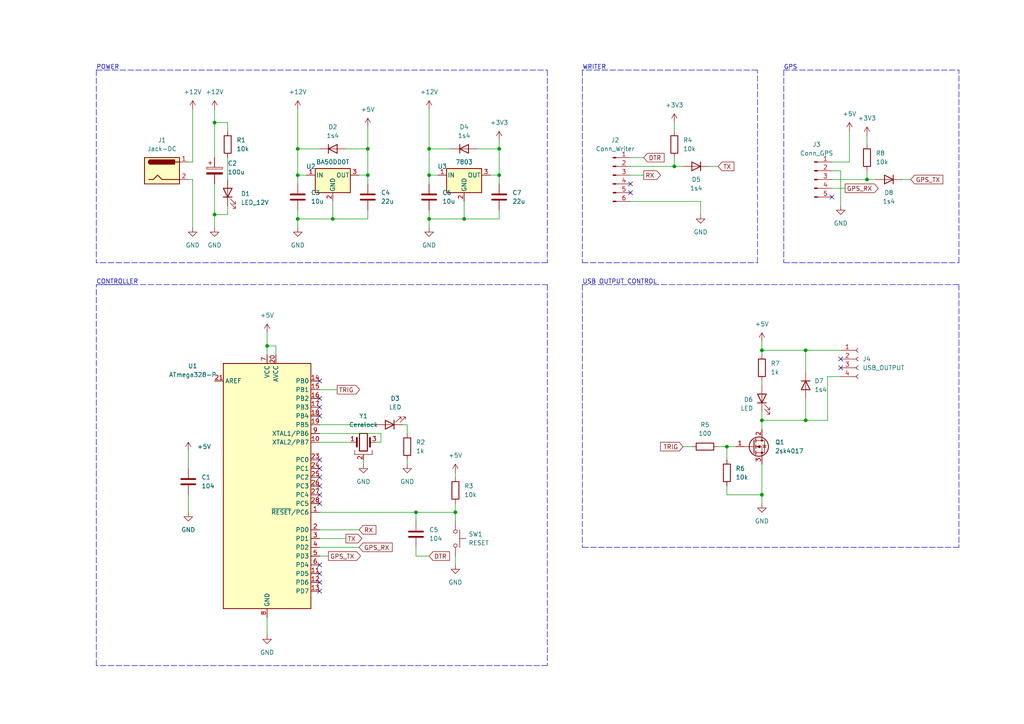
<source format=kicad_sch>
(kicad_sch (version 20211123) (generator eeschema)
  (paper "A4")
  (lib_symbols
    (symbol "Connector:Conn_01x04_Female" (pin_names (offset 1.016) hide)
      (property "Reference" "J" (at 0 5.08 0))
      (property "Value" "Conn_01x04_Female" (at 0 -7.62 0))
      (symbol "Conn_01x04_Female_1_1"
        (arc (start 0 -4.572) (mid -0.508 -5.08) (end 0 -5.588) (stroke (width 0.1524)))
        (arc (start 0 -2.032) (mid -0.508 -2.54) (end 0 -3.048) (stroke (width 0.1524)))
        (polyline (pts (xy -1.27 -5.08) (xy -0.508 -5.08)) (stroke (width 0.1524)))
        (polyline (pts (xy -1.27 -2.54) (xy -0.508 -2.54)) (stroke (width 0.1524)))
        (polyline (pts (xy -1.27 0) (xy -0.508 0)) (stroke (width 0.1524)))
        (polyline (pts (xy -1.27 2.54) (xy -0.508 2.54)) (stroke (width 0.1524)))
        (arc (start 0 0.508) (mid -0.508 0) (end 0 -0.508) (stroke (width 0.1524)))
        (arc (start 0 3.048) (mid -0.508 2.54) (end 0 2.032) (stroke (width 0.1524)))
        (pin passive line (at -5.08 2.54 0) (length 3.81) (name "Pin_1") (number "1"))
        (pin passive line (at -5.08 0 0) (length 3.81) (name "Pin_2") (number "2"))
        (pin passive line (at -5.08 -2.54 0) (length 3.81) (name "Pin_3") (number "3"))
        (pin passive line (at -5.08 -5.08 0) (length 3.81) (name "Pin_4") (number "4"))
      )
    )
    (symbol "Connector:Conn_01x05_Male" (pin_names (offset 1.016) hide)
      (property "Reference" "J" (at 0 7.62 0))
      (property "Value" "Conn_01x05_Male" (at 0 -7.62 0))
      (symbol "Conn_01x05_Male_1_1"
        (polyline (pts (xy 1.27 -5.08) (xy 0.8636 -5.08)) (stroke (width 0.1524)))
        (polyline (pts (xy 1.27 -2.54) (xy 0.8636 -2.54)) (stroke (width 0.1524)))
        (polyline (pts (xy 1.27 0) (xy 0.8636 0)) (stroke (width 0.1524)))
        (polyline (pts (xy 1.27 2.54) (xy 0.8636 2.54)) (stroke (width 0.1524)))
        (polyline (pts (xy 1.27 5.08) (xy 0.8636 5.08)) (stroke (width 0.1524)))
        (rectangle (start 0.8636 -4.953) (end 0 -5.207) (stroke (width 0.1524)) (fill (type outline)))
        (rectangle (start 0.8636 -2.413) (end 0 -2.667) (stroke (width 0.1524)) (fill (type outline)))
        (rectangle (start 0.8636 0.127) (end 0 -0.127) (stroke (width 0.1524)) (fill (type outline)))
        (rectangle (start 0.8636 2.667) (end 0 2.413) (stroke (width 0.1524)) (fill (type outline)))
        (rectangle (start 0.8636 5.207) (end 0 4.953) (stroke (width 0.1524)) (fill (type outline)))
        (pin passive line (at 5.08 5.08 180) (length 3.81) (name "Pin_1") (number "1"))
        (pin passive line (at 5.08 2.54 180) (length 3.81) (name "Pin_2") (number "2"))
        (pin passive line (at 5.08 0 180) (length 3.81) (name "Pin_3") (number "3"))
        (pin passive line (at 5.08 -2.54 180) (length 3.81) (name "Pin_4") (number "4"))
        (pin passive line (at 5.08 -5.08 180) (length 3.81) (name "Pin_5") (number "5"))
      )
    )
    (symbol "Connector:Conn_01x06_Male" (pin_names (offset 1.016) hide)
      (property "Reference" "J" (at 0 7.62 0))
      (property "Value" "Conn_01x06_Male" (at 0 -10.16 0))
      (symbol "Conn_01x06_Male_1_1"
        (polyline (pts (xy 1.27 -7.62) (xy 0.8636 -7.62)) (stroke (width 0.1524)))
        (polyline (pts (xy 1.27 -5.08) (xy 0.8636 -5.08)) (stroke (width 0.1524)))
        (polyline (pts (xy 1.27 -2.54) (xy 0.8636 -2.54)) (stroke (width 0.1524)))
        (polyline (pts (xy 1.27 0) (xy 0.8636 0)) (stroke (width 0.1524)))
        (polyline (pts (xy 1.27 2.54) (xy 0.8636 2.54)) (stroke (width 0.1524)))
        (polyline (pts (xy 1.27 5.08) (xy 0.8636 5.08)) (stroke (width 0.1524)))
        (rectangle (start 0.8636 -7.493) (end 0 -7.747) (stroke (width 0.1524)) (fill (type outline)))
        (rectangle (start 0.8636 -4.953) (end 0 -5.207) (stroke (width 0.1524)) (fill (type outline)))
        (rectangle (start 0.8636 -2.413) (end 0 -2.667) (stroke (width 0.1524)) (fill (type outline)))
        (rectangle (start 0.8636 0.127) (end 0 -0.127) (stroke (width 0.1524)) (fill (type outline)))
        (rectangle (start 0.8636 2.667) (end 0 2.413) (stroke (width 0.1524)) (fill (type outline)))
        (rectangle (start 0.8636 5.207) (end 0 4.953) (stroke (width 0.1524)) (fill (type outline)))
        (pin passive line (at 5.08 5.08 180) (length 3.81) (name "Pin_1") (number "1"))
        (pin passive line (at 5.08 2.54 180) (length 3.81) (name "Pin_2") (number "2"))
        (pin passive line (at 5.08 0 180) (length 3.81) (name "Pin_3") (number "3"))
        (pin passive line (at 5.08 -2.54 180) (length 3.81) (name "Pin_4") (number "4"))
        (pin passive line (at 5.08 -5.08 180) (length 3.81) (name "Pin_5") (number "5"))
        (pin passive line (at 5.08 -7.62 180) (length 3.81) (name "Pin_6") (number "6"))
      )
    )
    (symbol "Connector:Jack-DC" (pin_names (offset 1.016))
      (property "Reference" "J" (at 0 5.334 0))
      (property "Value" "Jack-DC" (at 0 -5.08 0))
      (symbol "Jack-DC_0_1"
        (rectangle (start -5.08 3.81) (end 5.08 -3.81) (stroke (width 0.254)) (fill (type background)))
        (arc (start -3.302 3.175) (mid -3.937 2.54) (end -3.302 1.905) (stroke (width 0.254)))
        (arc (start -3.302 3.175) (mid -3.937 2.54) (end -3.302 1.905) (stroke (width 0.254)) (fill (type outline)))
        (polyline (pts (xy 5.08 2.54) (xy 3.81 2.54)) (stroke (width 0.254)))
        (polyline (pts (xy -3.81 -2.54) (xy -2.54 -2.54) (xy -1.27 -1.27) (xy 0 -2.54) (xy 2.54 -2.54) (xy 5.08 -2.54)) (stroke (width 0.254)))
        (rectangle (start 3.683 3.175) (end -3.302 1.905) (stroke (width 0.254)) (fill (type outline)))
      )
      (symbol "Jack-DC_1_1"
        (pin passive line (at 7.62 2.54 180) (length 2.54) (name "~") (number "1"))
        (pin passive line (at 7.62 -2.54 180) (length 2.54) (name "~") (number "2"))
      )
    )
    (symbol "Device:C" (pin_numbers hide) (pin_names (offset 0.254))
      (property "Reference" "C" (at 0.635 2.54 0))
      (property "Value" "C" (at 0.635 -2.54 0))
      (symbol "C_0_1"
        (polyline (pts (xy -2.032 -0.762) (xy 2.032 -0.762)) (stroke (width 0.508)))
        (polyline (pts (xy -2.032 0.762) (xy 2.032 0.762)) (stroke (width 0.508)))
      )
      (symbol "C_1_1"
        (pin passive line (at 0 3.81 270) (length 2.794) (name "~") (number "1"))
        (pin passive line (at 0 -3.81 90) (length 2.794) (name "~") (number "2"))
      )
    )
    (symbol "Device:C_Polarized" (pin_numbers hide) (pin_names (offset 0.254))
      (property "Reference" "C" (at 0.635 2.54 0))
      (property "Value" "C_Polarized" (at 0.635 -2.54 0))
      (symbol "C_Polarized_0_1"
        (rectangle (start -2.286 0.508) (end 2.286 1.016))
        (polyline (pts (xy -1.778 2.286) (xy -0.762 2.286)))
        (polyline (pts (xy -1.27 2.794) (xy -1.27 1.778)))
        (rectangle (start 2.286 -0.508) (end -2.286 -1.016) (fill (type outline)))
      )
      (symbol "C_Polarized_1_1"
        (pin passive line (at 0 3.81 270) (length 2.794) (name "~") (number "1"))
        (pin passive line (at 0 -3.81 90) (length 2.794) (name "~") (number "2"))
      )
    )
    (symbol "Device:Crystal_GND2" (pin_names (offset 1.016) hide)
      (property "Reference" "Y" (at 0 5.715 0))
      (property "Value" "Crystal_GND2" (at 0 3.81 0))
      (symbol "Crystal_GND2_0_1"
        (rectangle (start -1.143 2.54) (end 1.143 -2.54) (stroke (width 0.3048)))
        (polyline (pts (xy -2.54 0) (xy -1.905 0)))
        (polyline (pts (xy -1.905 -1.27) (xy -1.905 1.27)) (stroke (width 0.508)))
        (polyline (pts (xy 0 -3.81) (xy 0 -3.556)))
        (polyline (pts (xy 1.905 0) (xy 2.54 0)))
        (polyline (pts (xy 1.905 1.27) (xy 1.905 -1.27)) (stroke (width 0.508)))
        (polyline (pts (xy -2.54 -2.286) (xy -2.54 -3.556) (xy 2.54 -3.556) (xy 2.54 -2.286)))
      )
      (symbol "Crystal_GND2_1_1"
        (pin passive line (at -3.81 0 0) (length 1.27) (name "1") (number "1"))
        (pin passive line (at 0 -5.08 90) (length 1.27) (name "2") (number "2"))
        (pin passive line (at 3.81 0 180) (length 1.27) (name "3") (number "3"))
      )
    )
    (symbol "Device:D" (pin_numbers hide) (pin_names (offset 1.016) hide)
      (property "Reference" "D" (at 0 2.54 0))
      (property "Value" "D" (at 0 -2.54 0))
      (symbol "D_0_1"
        (polyline (pts (xy -1.27 1.27) (xy -1.27 -1.27)) (stroke (width 0.254)))
        (polyline (pts (xy 1.27 0) (xy -1.27 0)))
        (polyline (pts (xy 1.27 1.27) (xy 1.27 -1.27) (xy -1.27 0) (xy 1.27 1.27)) (stroke (width 0.254)))
      )
      (symbol "D_1_1"
        (pin passive line (at -3.81 0 0) (length 2.54) (name "K") (number "1"))
        (pin passive line (at 3.81 0 180) (length 2.54) (name "A") (number "2"))
      )
    )
    (symbol "Device:LED" (pin_numbers hide) (pin_names (offset 1.016) hide)
      (property "Reference" "D" (at 0 2.54 0))
      (property "Value" "LED" (at 0 -2.54 0))
      (symbol "LED_0_1"
        (polyline (pts (xy -1.27 -1.27) (xy -1.27 1.27)) (stroke (width 0.254)))
        (polyline (pts (xy -1.27 0) (xy 1.27 0)))
        (polyline (pts (xy 1.27 -1.27) (xy 1.27 1.27) (xy -1.27 0) (xy 1.27 -1.27)) (stroke (width 0.254)))
        (polyline (pts (xy -3.048 -0.762) (xy -4.572 -2.286) (xy -3.81 -2.286) (xy -4.572 -2.286) (xy -4.572 -1.524)))
        (polyline (pts (xy -1.778 -0.762) (xy -3.302 -2.286) (xy -2.54 -2.286) (xy -3.302 -2.286) (xy -3.302 -1.524)))
      )
      (symbol "LED_1_1"
        (pin passive line (at -3.81 0 0) (length 2.54) (name "K") (number "1"))
        (pin passive line (at 3.81 0 180) (length 2.54) (name "A") (number "2"))
      )
    )
    (symbol "Device:Q_NMOS_GDS" (pin_names (offset 0) hide)
      (property "Reference" "Q" (at 5.08 1.27 0))
      (property "Value" "Q_NMOS_GDS" (at 5.08 -1.27 0))
      (symbol "Q_NMOS_GDS_0_1"
        (polyline (pts (xy 0.254 0) (xy -2.54 0)))
        (polyline (pts (xy 0.254 1.905) (xy 0.254 -1.905)) (stroke (width 0.254)))
        (polyline (pts (xy 0.762 -1.27) (xy 0.762 -2.286)) (stroke (width 0.254)))
        (polyline (pts (xy 0.762 0.508) (xy 0.762 -0.508)) (stroke (width 0.254)))
        (polyline (pts (xy 0.762 2.286) (xy 0.762 1.27)) (stroke (width 0.254)))
        (polyline (pts (xy 2.54 2.54) (xy 2.54 1.778)))
        (polyline (pts (xy 2.54 -2.54) (xy 2.54 0) (xy 0.762 0)))
        (polyline (pts (xy 0.762 -1.778) (xy 3.302 -1.778) (xy 3.302 1.778) (xy 0.762 1.778)))
        (polyline (pts (xy 1.016 0) (xy 2.032 0.381) (xy 2.032 -0.381) (xy 1.016 0)) (fill (type outline)))
        (polyline (pts (xy 2.794 0.508) (xy 2.921 0.381) (xy 3.683 0.381) (xy 3.81 0.254)))
        (polyline (pts (xy 3.302 0.381) (xy 2.921 -0.254) (xy 3.683 -0.254) (xy 3.302 0.381)))
        (circle (center 1.651 0) (radius 2.794) (stroke (width 0.254)))
        (circle (center 2.54 -1.778) (radius 0.254) (fill (type outline)))
        (circle (center 2.54 1.778) (radius 0.254) (fill (type outline)))
      )
      (symbol "Q_NMOS_GDS_1_1"
        (pin input line (at -5.08 0 0) (length 2.54) (name "G") (number "1"))
        (pin passive line (at 2.54 5.08 270) (length 2.54) (name "D") (number "2"))
        (pin passive line (at 2.54 -5.08 90) (length 2.54) (name "S") (number "3"))
      )
    )
    (symbol "Device:R" (pin_numbers hide) (pin_names (offset 0))
      (property "Reference" "R" (at 2.032 0 90))
      (property "Value" "R" (at 0 0 90))
      (symbol "R_0_1"
        (rectangle (start -1.016 -2.54) (end 1.016 2.54) (stroke (width 0.254)))
      )
      (symbol "R_1_1"
        (pin passive line (at 0 3.81 270) (length 1.27) (name "~") (number "1"))
        (pin passive line (at 0 -3.81 90) (length 1.27) (name "~") (number "2"))
      )
    )
    (symbol "MCU_Microchip_ATmega:ATmega328-P"
      (property "Reference" "U" (at -12.7 36.83 0))
      (property "Value" "ATmega328-P" (at 2.54 -36.83 0))
      (symbol "ATmega328-P_0_1"
        (rectangle (start -12.7 -35.56) (end 12.7 35.56) (stroke (width 0.254)) (fill (type background)))
      )
      (symbol "ATmega328-P_1_1"
        (pin bidirectional line (at 15.24 -7.62 180) (length 2.54) (name "~{RESET}/PC6") (number "1"))
        (pin bidirectional line (at 15.24 12.7 180) (length 2.54) (name "XTAL2/PB7") (number "10"))
        (pin bidirectional line (at 15.24 -25.4 180) (length 2.54) (name "PD5") (number "11"))
        (pin bidirectional line (at 15.24 -27.94 180) (length 2.54) (name "PD6") (number "12"))
        (pin bidirectional line (at 15.24 -30.48 180) (length 2.54) (name "PD7") (number "13"))
        (pin bidirectional line (at 15.24 30.48 180) (length 2.54) (name "PB0") (number "14"))
        (pin bidirectional line (at 15.24 27.94 180) (length 2.54) (name "PB1") (number "15"))
        (pin bidirectional line (at 15.24 25.4 180) (length 2.54) (name "PB2") (number "16"))
        (pin bidirectional line (at 15.24 22.86 180) (length 2.54) (name "PB3") (number "17"))
        (pin bidirectional line (at 15.24 20.32 180) (length 2.54) (name "PB4") (number "18"))
        (pin bidirectional line (at 15.24 17.78 180) (length 2.54) (name "PB5") (number "19"))
        (pin bidirectional line (at 15.24 -12.7 180) (length 2.54) (name "PD0") (number "2"))
        (pin power_in line (at 2.54 38.1 270) (length 2.54) (name "AVCC") (number "20"))
        (pin passive line (at -15.24 30.48 0) (length 2.54) (name "AREF") (number "21"))
        (pin passive line (at 0 -38.1 90) (length 2.54) hide (name "GND") (number "22"))
        (pin bidirectional line (at 15.24 7.62 180) (length 2.54) (name "PC0") (number "23"))
        (pin bidirectional line (at 15.24 5.08 180) (length 2.54) (name "PC1") (number "24"))
        (pin bidirectional line (at 15.24 2.54 180) (length 2.54) (name "PC2") (number "25"))
        (pin bidirectional line (at 15.24 0 180) (length 2.54) (name "PC3") (number "26"))
        (pin bidirectional line (at 15.24 -2.54 180) (length 2.54) (name "PC4") (number "27"))
        (pin bidirectional line (at 15.24 -5.08 180) (length 2.54) (name "PC5") (number "28"))
        (pin bidirectional line (at 15.24 -15.24 180) (length 2.54) (name "PD1") (number "3"))
        (pin bidirectional line (at 15.24 -17.78 180) (length 2.54) (name "PD2") (number "4"))
        (pin bidirectional line (at 15.24 -20.32 180) (length 2.54) (name "PD3") (number "5"))
        (pin bidirectional line (at 15.24 -22.86 180) (length 2.54) (name "PD4") (number "6"))
        (pin power_in line (at 0 38.1 270) (length 2.54) (name "VCC") (number "7"))
        (pin power_in line (at 0 -38.1 90) (length 2.54) (name "GND") (number "8"))
        (pin bidirectional line (at 15.24 15.24 180) (length 2.54) (name "XTAL1/PB6") (number "9"))
      )
    )
    (symbol "Regulator_Linear:L7805" (pin_names (offset 0.254))
      (property "Reference" "U" (at -3.81 3.175 0))
      (property "Value" "L7805" (at 0 3.175 0))
      (symbol "L7805_0_1"
        (rectangle (start -5.08 1.905) (end 5.08 -5.08) (stroke (width 0.254)) (fill (type background)))
      )
      (symbol "L7805_1_1"
        (pin power_in line (at -7.62 0 0) (length 2.54) (name "IN") (number "1"))
        (pin power_in line (at 0 -7.62 90) (length 2.54) (name "GND") (number "2"))
        (pin power_out line (at 7.62 0 180) (length 2.54) (name "OUT") (number "3"))
      )
    )
    (symbol "Switch:SW_Push" (pin_numbers hide) (pin_names (offset 1.016) hide)
      (property "Reference" "SW" (at 1.27 2.54 0))
      (property "Value" "SW_Push" (at 0 -1.524 0))
      (symbol "SW_Push_0_1"
        (circle (center -2.032 0) (radius 0.508))
        (polyline (pts (xy 0 1.27) (xy 0 3.048)))
        (polyline (pts (xy 2.54 1.27) (xy -2.54 1.27)))
        (circle (center 2.032 0) (radius 0.508))
        (pin passive line (at -5.08 0 0) (length 2.54) (name "1") (number "1"))
        (pin passive line (at 5.08 0 180) (length 2.54) (name "2") (number "2"))
      )
    )
    (symbol "power:+12V" (power) (pin_names (offset 0))
      (property "Value" "+12V" (at 0 3.556 0))
      (symbol "+12V_0_1"
        (polyline (pts (xy -0.762 1.27) (xy 0 2.54)))
        (polyline (pts (xy 0 0) (xy 0 2.54)))
        (polyline (pts (xy 0 2.54) (xy 0.762 1.27)))
      )
      (symbol "+12V_1_1"
        (pin power_in line (at 0 0 90) (length 0) hide (name "+12V") (number "1"))
      )
    )
    (symbol "power:+3V3" (power) (pin_names (offset 0))
      (property "Value" "+3V3" (at 0 3.556 0))
      (symbol "+3V3_0_1"
        (polyline (pts (xy -0.762 1.27) (xy 0 2.54)))
        (polyline (pts (xy 0 0) (xy 0 2.54)))
        (polyline (pts (xy 0 2.54) (xy 0.762 1.27)))
      )
      (symbol "+3V3_1_1"
        (pin power_in line (at 0 0 90) (length 0) hide (name "+3V3") (number "1"))
      )
    )
    (symbol "power:+5V" (power) (pin_names (offset 0))
      (property "Value" "+5V" (at 0 3.556 0))
      (symbol "+5V_0_1"
        (polyline (pts (xy -0.762 1.27) (xy 0 2.54)))
        (polyline (pts (xy 0 0) (xy 0 2.54)))
        (polyline (pts (xy 0 2.54) (xy 0.762 1.27)))
      )
      (symbol "+5V_1_1"
        (pin power_in line (at 0 0 90) (length 0) hide (name "+5V") (number "1"))
      )
    )
    (symbol "power:GND" (power) (pin_names (offset 0))
      (property "Value" "GND" (at 0 -3.81 0))
      (symbol "GND_0_1"
        (polyline (pts (xy 0 0) (xy 0 -1.27) (xy 1.27 -1.27) (xy 0 -2.54) (xy -1.27 -1.27) (xy 0 -1.27)))
      )
      (symbol "GND_1_1"
        (pin power_in line (at 0 0 270) (length 0) hide (name "GND") (number "1"))
      )
    )
  )
  (junction (at 251.46 52.07))
  (junction (at 62.23 35.56))
  (junction (at 195.58 48.26))
  (junction (at 96.52 63.5))
  (junction (at 233.68 101.6))
  (junction (at 233.68 121.92))
  (junction (at 77.47 100.33))
  (junction (at 62.23 62.23))
  (junction (at 132.08 148.59))
  (junction (at 124.46 63.5))
  (junction (at 144.78 50.8))
  (junction (at 86.36 43.18))
  (junction (at 134.62 63.5))
  (junction (at 210.82 129.54))
  (junction (at 144.78 43.18))
  (junction (at 220.98 143.51))
  (junction (at 124.46 43.18))
  (junction (at 124.46 50.8))
  (junction (at 86.36 50.8))
  (junction (at 86.36 63.5))
  (junction (at 120.65 148.59))
  (junction (at 106.68 43.18))
  (junction (at 220.98 121.92))
  (junction (at 220.98 101.6))
  (junction (at 106.68 50.8))
  (no_connect (at 241.3 57.15))
  (no_connect (at 182.88 55.88))
  (no_connect (at 243.84 104.14))
  (no_connect (at 243.84 106.68))
  (no_connect (at 182.88 53.34))
  (no_connect (at 92.71 163.83))
  (no_connect (at 92.71 166.37))
  (no_connect (at 92.71 168.91))
  (no_connect (at 92.71 171.45))
  (no_connect (at 92.71 110.49))
  (no_connect (at 92.71 115.57))
  (no_connect (at 92.71 118.11))
  (no_connect (at 92.71 120.65))
  (no_connect (at 92.71 133.35))
  (no_connect (at 92.71 135.89))
  (no_connect (at 92.71 138.43))
  (no_connect (at 92.71 140.97))
  (no_connect (at 92.71 143.51))
  (no_connect (at 92.71 146.05))
  (wire (pts (xy 251.46 52.07) (xy 254 52.07)))
  (wire (pts (xy 203.2 58.42) (xy 203.2 62.23)))
  (wire (pts (xy 66.04 59.69) (xy 66.04 62.23)))
  (wire (pts (xy 251.46 52.07) (xy 241.3 52.07)))
  (wire (pts (xy 92.71 113.03) (xy 97.79 113.03)))
  (wire (pts (xy 86.36 60.96) (xy 86.36 63.5)))
  (wire (pts (xy 55.88 46.99) (xy 54.61 46.99)))
  (polyline (pts (xy 168.91 76.2) (xy 219.71 76.2)))
  (wire (pts (xy 55.88 31.75) (xy 55.88 46.99)))
  (wire (pts (xy 86.36 31.75) (xy 86.36 43.18)))
  (wire (pts (xy 127 50.8) (xy 124.46 50.8)))
  (wire (pts (xy 144.78 50.8) (xy 144.78 53.34)))
  (wire (pts (xy 92.71 125.73) (xy 110.49 125.73)))
  (wire (pts (xy 182.88 45.72) (xy 186.69 45.72)))
  (wire (pts (xy 104.14 50.8) (xy 106.68 50.8)))
  (wire (pts (xy 88.9 50.8) (xy 86.36 50.8)))
  (wire (pts (xy 55.88 52.07) (xy 55.88 66.04)))
  (wire (pts (xy 220.98 101.6) (xy 233.68 101.6)))
  (wire (pts (xy 124.46 31.75) (xy 124.46 43.18)))
  (polyline (pts (xy 219.71 20.32) (xy 168.91 20.32)))
  (wire (pts (xy 243.84 109.22) (xy 240.03 109.22)))
  (wire (pts (xy 118.11 125.73) (xy 118.11 123.19)))
  (wire (pts (xy 220.98 110.49) (xy 220.98 111.76)))
  (wire (pts (xy 132.08 148.59) (xy 120.65 148.59)))
  (wire (pts (xy 106.68 36.83) (xy 106.68 43.18)))
  (wire (pts (xy 92.71 161.29) (xy 95.25 161.29)))
  (wire (pts (xy 54.61 130.81) (xy 54.61 135.89)))
  (wire (pts (xy 132.08 161.29) (xy 132.08 163.83)))
  (wire (pts (xy 220.98 99.06) (xy 220.98 101.6)))
  (wire (pts (xy 198.12 129.54) (xy 200.66 129.54)))
  (wire (pts (xy 261.62 52.07) (xy 264.16 52.07)))
  (wire (pts (xy 80.01 100.33) (xy 80.01 102.87)))
  (wire (pts (xy 66.04 38.1) (xy 66.04 35.56)))
  (wire (pts (xy 110.49 125.73) (xy 110.49 128.27)))
  (wire (pts (xy 62.23 62.23) (xy 62.23 66.04)))
  (wire (pts (xy 124.46 50.8) (xy 124.46 53.34)))
  (wire (pts (xy 77.47 100.33) (xy 77.47 102.87)))
  (polyline (pts (xy 158.75 193.04) (xy 27.94 193.04)))
  (wire (pts (xy 132.08 151.13) (xy 132.08 148.59)))
  (wire (pts (xy 120.65 148.59) (xy 120.65 151.13)))
  (wire (pts (xy 66.04 62.23) (xy 62.23 62.23)))
  (wire (pts (xy 240.03 121.92) (xy 233.68 121.92)))
  (wire (pts (xy 195.58 45.72) (xy 195.58 48.26)))
  (polyline (pts (xy 29.21 82.55) (xy 158.75 82.55)))
  (wire (pts (xy 77.47 96.52) (xy 77.47 100.33)))
  (wire (pts (xy 124.46 60.96) (xy 124.46 63.5)))
  (wire (pts (xy 138.43 43.18) (xy 144.78 43.18)))
  (polyline (pts (xy 158.75 20.32) (xy 158.75 76.2)))
  (polyline (pts (xy 219.71 76.2) (xy 219.71 20.32)))
  (wire (pts (xy 62.23 31.75) (xy 62.23 35.56)))
  (wire (pts (xy 182.88 48.26) (xy 195.58 48.26)))
  (wire (pts (xy 251.46 49.53) (xy 251.46 52.07)))
  (polyline (pts (xy 27.94 20.32) (xy 27.94 76.2)))
  (wire (pts (xy 220.98 119.38) (xy 220.98 121.92)))
  (wire (pts (xy 220.98 121.92) (xy 233.68 121.92)))
  (wire (pts (xy 106.68 63.5) (xy 106.68 60.96)))
  (wire (pts (xy 144.78 43.18) (xy 144.78 50.8)))
  (wire (pts (xy 124.46 43.18) (xy 124.46 50.8)))
  (wire (pts (xy 86.36 43.18) (xy 86.36 50.8)))
  (wire (pts (xy 66.04 35.56) (xy 62.23 35.56)))
  (polyline (pts (xy 168.91 20.32) (xy 168.91 76.2)))
  (wire (pts (xy 110.49 128.27) (xy 109.22 128.27)))
  (wire (pts (xy 124.46 63.5) (xy 124.46 66.04)))
  (wire (pts (xy 132.08 137.16) (xy 132.08 138.43)))
  (wire (pts (xy 92.71 158.75) (xy 104.14 158.75)))
  (wire (pts (xy 106.68 43.18) (xy 106.68 50.8)))
  (wire (pts (xy 96.52 63.5) (xy 96.52 58.42)))
  (wire (pts (xy 86.36 50.8) (xy 86.36 53.34)))
  (wire (pts (xy 96.52 63.5) (xy 106.68 63.5)))
  (wire (pts (xy 210.82 129.54) (xy 213.36 129.54)))
  (wire (pts (xy 124.46 161.29) (xy 120.65 161.29)))
  (wire (pts (xy 220.98 121.92) (xy 220.98 124.46)))
  (polyline (pts (xy 278.13 158.75) (xy 168.91 158.75)))
  (wire (pts (xy 105.41 133.35) (xy 105.41 134.62)))
  (wire (pts (xy 182.88 58.42) (xy 203.2 58.42)))
  (wire (pts (xy 233.68 101.6) (xy 243.84 101.6)))
  (wire (pts (xy 195.58 48.26) (xy 198.12 48.26)))
  (polyline (pts (xy 158.75 76.2) (xy 27.94 76.2)))
  (wire (pts (xy 66.04 45.72) (xy 66.04 52.07)))
  (wire (pts (xy 233.68 101.6) (xy 233.68 107.95)))
  (wire (pts (xy 134.62 63.5) (xy 134.62 58.42)))
  (wire (pts (xy 120.65 161.29) (xy 120.65 158.75)))
  (wire (pts (xy 210.82 143.51) (xy 220.98 143.51)))
  (wire (pts (xy 62.23 53.34) (xy 62.23 62.23)))
  (wire (pts (xy 243.84 49.53) (xy 241.3 49.53)))
  (wire (pts (xy 92.71 156.21) (xy 100.33 156.21)))
  (wire (pts (xy 220.98 134.62) (xy 220.98 143.51)))
  (polyline (pts (xy 278.13 82.55) (xy 278.13 158.75)))
  (polyline (pts (xy 27.94 82.55) (xy 38.1 82.55)))
  (wire (pts (xy 54.61 143.51) (xy 54.61 148.59)))
  (wire (pts (xy 100.33 43.18) (xy 106.68 43.18)))
  (wire (pts (xy 210.82 140.97) (xy 210.82 143.51)))
  (wire (pts (xy 144.78 40.64) (xy 144.78 43.18)))
  (polyline (pts (xy 227.33 76.2) (xy 278.13 76.2)))
  (wire (pts (xy 134.62 63.5) (xy 144.78 63.5)))
  (wire (pts (xy 118.11 133.35) (xy 118.11 134.62)))
  (wire (pts (xy 118.11 123.19) (xy 116.84 123.19)))
  (wire (pts (xy 246.38 38.1) (xy 246.38 46.99)))
  (wire (pts (xy 142.24 50.8) (xy 144.78 50.8)))
  (wire (pts (xy 241.3 54.61) (xy 245.11 54.61)))
  (polyline (pts (xy 168.91 82.55) (xy 278.13 82.55)))
  (wire (pts (xy 77.47 100.33) (xy 80.01 100.33)))
  (wire (pts (xy 182.88 50.8) (xy 186.69 50.8)))
  (wire (pts (xy 208.28 129.54) (xy 210.82 129.54)))
  (wire (pts (xy 106.68 50.8) (xy 106.68 53.34)))
  (wire (pts (xy 124.46 43.18) (xy 130.81 43.18)))
  (wire (pts (xy 144.78 63.5) (xy 144.78 60.96)))
  (polyline (pts (xy 227.33 20.32) (xy 278.13 20.32)))
  (polyline (pts (xy 27.94 20.32) (xy 158.75 20.32)))
  (wire (pts (xy 132.08 146.05) (xy 132.08 148.59)))
  (wire (pts (xy 240.03 109.22) (xy 240.03 121.92)))
  (wire (pts (xy 86.36 63.5) (xy 96.52 63.5)))
  (wire (pts (xy 195.58 35.56) (xy 195.58 38.1)))
  (wire (pts (xy 246.38 46.99) (xy 241.3 46.99)))
  (wire (pts (xy 220.98 143.51) (xy 220.98 146.05)))
  (wire (pts (xy 251.46 39.37) (xy 251.46 41.91)))
  (wire (pts (xy 120.65 148.59) (xy 92.71 148.59)))
  (wire (pts (xy 210.82 129.54) (xy 210.82 133.35)))
  (wire (pts (xy 220.98 101.6) (xy 220.98 102.87)))
  (wire (pts (xy 233.68 115.57) (xy 233.68 121.92)))
  (wire (pts (xy 54.61 52.07) (xy 55.88 52.07)))
  (polyline (pts (xy 168.91 82.55) (xy 168.91 158.75)))
  (wire (pts (xy 62.23 35.56) (xy 62.23 45.72)))
  (wire (pts (xy 77.47 179.07) (xy 77.47 184.15)))
  (polyline (pts (xy 278.13 76.2) (xy 278.13 20.32)))
  (polyline (pts (xy 158.75 82.55) (xy 158.75 193.04)))
  (wire (pts (xy 86.36 43.18) (xy 92.71 43.18)))
  (wire (pts (xy 86.36 63.5) (xy 86.36 66.04)))
  (polyline (pts (xy 27.94 193.04) (xy 27.94 82.55)))
  (wire (pts (xy 92.71 153.67) (xy 104.14 153.67)))
  (wire (pts (xy 243.84 59.69) (xy 243.84 49.53)))
  (wire (pts (xy 92.71 128.27) (xy 101.6 128.27)))
  (wire (pts (xy 92.71 123.19) (xy 109.22 123.19)))
  (polyline (pts (xy 227.33 20.32) (xy 227.33 76.2)))
  (wire (pts (xy 205.74 48.26) (xy 208.28 48.26)))
  (wire (pts (xy 124.46 63.5) (xy 134.62 63.5)))
  (text "GPS" (at 227.33 20.32 0) (effects (font (size 1.27 1.27)) (justify left bottom)))
  (text "WRITER\n" (at 168.91 20.32 0) (effects (font (size 1.27 1.27)) (justify left bottom)))
  (text "CONTROLLER" (at 27.94 82.55 0) (effects (font (size 1.27 1.27)) (justify left bottom)))
  (text "USB OUTPUT CONTROL" (at 168.91 82.55 0) (effects (font (size 1.27 1.27)) (justify left bottom)))
  (text "POWER" (at 27.94 20.32 0) (effects (font (size 1.27 1.27)) (justify left bottom)))
  (global_label "GPS_TX" (shape output) (at 95.25 161.29 0) (property "Intersheet References" "${INTERSHEET_REFS}" (effects hide)))
  (global_label "GPS_TX" (shape input) (at 264.16 52.07 0) (property "Intersheet References" "${INTERSHEET_REFS}" (effects hide)))
  (global_label "DTR" (shape input) (at 124.46 161.29 0) (property "Intersheet References" "${INTERSHEET_REFS}" (effects hide)))
  (global_label "RX" (shape output) (at 186.69 50.8 0) (property "Intersheet References" "${INTERSHEET_REFS}" (effects hide)))
  (global_label "GPS_RX" (shape output) (at 245.11 54.61 0) (property "Intersheet References" "${INTERSHEET_REFS}" (effects hide)))
  (global_label "TRIG" (shape output) (at 97.79 113.03 0) (property "Intersheet References" "${INTERSHEET_REFS}" (effects hide)))
  (global_label "GPS_RX" (shape input) (at 104.14 158.75 0) (property "Intersheet References" "${INTERSHEET_REFS}" (effects hide)))
  (global_label "TX" (shape input) (at 208.28 48.26 0) (property "Intersheet References" "${INTERSHEET_REFS}" (effects hide)))
  (global_label "DTR" (shape input) (at 186.69 45.72 0) (property "Intersheet References" "${INTERSHEET_REFS}" (effects hide)))
  (global_label "TRIG" (shape input) (at 198.12 129.54 180) (property "Intersheet References" "${INTERSHEET_REFS}" (effects hide)))
  (global_label "RX" (shape input) (at 104.14 153.67 0) (property "Intersheet References" "${INTERSHEET_REFS}" (effects hide)))
  (global_label "TX" (shape output) (at 100.33 156.21 0) (property "Intersheet References" "${INTERSHEET_REFS}" (effects hide)))
  (symbol (lib_id "Connector:Jack-DC") (at 46.99 49.53 0) (unit 1)
    (property "Reference" "J1" (at 46.99 40.64 0))
    (property "Value" "Jack-DC" (at 46.99 43.18 0))
    (property "Footprint" "Connector_BarrelJack:BarrelJack_CUI_PJ-102AH_Horizontal" (effects hide))
  )
  (symbol (lib_id "Device:D") (at 134.62 43.18 0) (unit 1)
    (property "Reference" "D4" (at 134.62 36.83 0))
    (property "Value" "1s4" (at 134.62 39.37 0))
    (property "Footprint" "Diode_THT:D_A-405_P7.62mm_Horizontal" (effects hide))
  )
  (symbol (lib_id "Device:C") (at 144.78 57.15 0) (unit 1)
    (property "Reference" "C7" (at 148.59 55.8799 0) (effects (justify left)))
    (property "Value" "22u" (at 148.59 58.4199 0) (effects (justify left)))
    (property "Footprint" "Capacitor_THT:CP_Radial_D5.0mm_P2.50mm" (effects hide))
  )
  (symbol (lib_id "Device:C") (at 106.68 57.15 0) (unit 1)
    (property "Reference" "C4" (at 110.49 55.8799 0) (effects (justify left)))
    (property "Value" "22u" (at 110.49 58.4199 0) (effects (justify left)))
    (property "Footprint" "Capacitor_THT:CP_Radial_D5.0mm_P2.50mm" (effects hide))
  )
  (symbol (lib_id "power:GND") (at 124.46 66.04 0) (unit 1)
    (property "Reference" "#PWR0101" (effects hide))
    (property "Value" "GND" (at 124.46 71.12 0))
  )
  (symbol (lib_id "Switch:SW_Push") (at 132.08 156.21 270) (unit 1)
    (property "Reference" "SW1" (at 135.89 154.9399 90) (effects (justify left)))
    (property "Value" "RESET" (at 135.89 157.4799 90) (effects (justify left)))
    (property "Footprint" "Button_Switch_THT:SW_PUSH_6mm" (effects hide))
  )
  (symbol (lib_id "power:+5V") (at 54.61 130.81 0) (unit 1)
    (property "Reference" "#PWR0111" (effects hide))
    (property "Value" "+5V" (at 57.15 129.5399 0) (effects (justify left)))
  )
  (symbol (lib_id "power:+5V") (at 132.08 137.16 0) (unit 1)
    (property "Reference" "#PWR0122" (effects hide))
    (property "Value" "+5V" (at 132.08 132.08 0))
  )
  (symbol (lib_id "Device:D") (at 233.68 111.76 270) (unit 1)
    (property "Reference" "D7" (at 236.22 110.4899 90) (effects (justify left)))
    (property "Value" "1s4" (at 236.22 113.0299 90) (effects (justify left)))
    (property "Footprint" "Diode_THT:D_A-405_P7.62mm_Horizontal" (effects hide))
  )
  (symbol (lib_id "Device:R") (at 195.58 41.91 0) (unit 1)
    (property "Reference" "R4" (at 198.12 40.6399 0) (effects (justify left)))
    (property "Value" "10k" (at 198.12 43.1799 0) (effects (justify left)))
    (property "Footprint" "Resistor_THT:R_Axial_DIN0207_L6.3mm_D2.5mm_P10.16mm_Horizontal" (effects hide))
  )
  (symbol (lib_id "Device:D") (at 257.81 52.07 180) (unit 1)
    (property "Reference" "D8" (at 257.81 55.88 0))
    (property "Value" "1s4" (at 257.81 58.42 0))
    (property "Footprint" "Diode_THT:D_A-405_P7.62mm_Horizontal" (effects hide))
  )
  (symbol (lib_id "power:GND") (at 62.23 66.04 0) (unit 1)
    (property "Reference" "#PWR0115" (effects hide))
    (property "Value" "GND" (at 62.23 71.12 0))
  )
  (symbol (lib_id "power:+5V") (at 246.38 38.1 0) (unit 1)
    (property "Reference" "#PWR0105" (effects hide))
    (property "Value" "+5V" (at 246.38 33.02 0))
  )
  (symbol (lib_id "power:GND") (at 55.88 66.04 0) (unit 1)
    (property "Reference" "#PWR0117" (effects hide))
    (property "Value" "GND" (at 55.88 71.12 0))
  )
  (symbol (lib_id "power:GND") (at 132.08 163.83 0) (unit 1)
    (property "Reference" "#PWR0123" (effects hide))
    (property "Value" "GND" (at 132.08 168.91 0))
  )
  (symbol (lib_id "power:GND") (at 86.36 66.04 0) (unit 1)
    (property "Reference" "#PWR0102" (effects hide))
    (property "Value" "GND" (at 86.36 71.12 0))
  )
  (symbol (lib_id "Device:LED") (at 113.03 123.19 180) (unit 1)
    (property "Reference" "D3" (at 114.6175 115.57 0))
    (property "Value" "LED" (at 114.6175 118.11 0))
    (property "Footprint" "LED_THT:LED_D3.0mm" (effects hide))
  )
  (symbol (lib_id "Device:Q_NMOS_GDS") (at 218.44 129.54 0) (unit 1)
    (property "Reference" "Q1" (at 224.79 128.2699 0) (effects (justify left)))
    (property "Value" "2sk4017" (at 224.79 130.8099 0) (effects (justify left)))
    (property "Footprint" "Package_TO_SOT_THT:TO-251-3_Vertical" (effects hide))
  )
  (symbol (lib_id "Device:LED") (at 66.04 55.88 90) (unit 1)
    (property "Reference" "D1" (at 69.85 56.1974 90) (effects (justify right)))
    (property "Value" "LED_12V" (at 69.85 58.7374 90) (effects (justify right)))
    (property "Footprint" "LED_THT:LED_D3.0mm" (effects hide))
  )
  (symbol (lib_id "power:+12V") (at 86.36 31.75 0) (unit 1)
    (property "Reference" "#PWR0119" (effects hide))
    (property "Value" "+12V" (at 86.36 26.67 0))
  )
  (symbol (lib_id "power:+3V3") (at 144.78 40.64 0) (unit 1)
    (property "Reference" "#PWR0113" (effects hide))
    (property "Value" "+3V3" (at 144.78 35.56 0))
  )
  (symbol (lib_id "power:GND") (at 220.98 146.05 0) (unit 1)
    (property "Reference" "#PWR0121" (effects hide))
    (property "Value" "GND" (at 220.98 151.13 0))
  )
  (symbol (lib_id "Device:R") (at 220.98 106.68 0) (unit 1)
    (property "Reference" "R7" (at 223.52 105.4099 0) (effects (justify left)))
    (property "Value" "1k" (at 223.52 107.9499 0) (effects (justify left)))
    (property "Footprint" "Resistor_THT:R_Axial_DIN0207_L6.3mm_D2.5mm_P10.16mm_Horizontal" (effects hide))
  )
  (symbol (lib_id "Device:R") (at 66.04 41.91 0) (unit 1)
    (property "Reference" "R1" (at 68.58 40.6399 0) (effects (justify left)))
    (property "Value" "10k" (at 68.58 43.1799 0) (effects (justify left)))
    (property "Footprint" "Resistor_THT:R_Axial_DIN0207_L6.3mm_D2.5mm_P10.16mm_Horizontal" (effects hide))
  )
  (symbol (lib_id "power:GND") (at 203.2 62.23 0) (unit 1)
    (property "Reference" "#PWR0107" (effects hide))
    (property "Value" "GND" (at 203.2 67.31 0))
  )
  (symbol (lib_id "Device:R") (at 132.08 142.24 0) (unit 1)
    (property "Reference" "R3" (at 134.62 140.9699 0) (effects (justify left)))
    (property "Value" "10k" (at 134.62 143.5099 0) (effects (justify left)))
    (property "Footprint" "Resistor_THT:R_Axial_DIN0207_L6.3mm_D2.5mm_P10.16mm_Horizontal" (effects hide))
  )
  (symbol (lib_id "Connector:Conn_01x05_Male") (at 236.22 52.07 0) (unit 1)
    (property "Reference" "J3" (at 236.855 41.91 0))
    (property "Value" "Conn_GPS" (at 236.855 44.45 0))
    (property "Footprint" "Connector_PinHeader_2.54mm:PinHeader_1x05_P2.54mm_Vertical" (effects hide))
  )
  (symbol (lib_id "Device:C") (at 120.65 154.94 0) (unit 1)
    (property "Reference" "C5" (at 124.46 153.6699 0) (effects (justify left)))
    (property "Value" "104" (at 124.46 156.2099 0) (effects (justify left)))
    (property "Footprint" "Capacitor_THT:C_Disc_D4.3mm_W1.9mm_P5.00mm" (effects hide))
  )
  (symbol (lib_id "Device:C") (at 124.46 57.15 0) (unit 1)
    (property "Reference" "C6" (at 128.27 55.8799 0) (effects (justify left)))
    (property "Value" "10u" (at 128.27 58.4199 0) (effects (justify left)))
    (property "Footprint" "Capacitor_THT:CP_Radial_D5.0mm_P2.50mm" (effects hide))
  )
  (symbol (lib_id "power:+12V") (at 62.23 31.75 0) (unit 1)
    (property "Reference" "#PWR0118" (effects hide))
    (property "Value" "+12V" (at 62.23 26.67 0))
  )
  (symbol (lib_id "power:GND") (at 54.61 148.59 0) (unit 1)
    (property "Reference" "#PWR0110" (effects hide))
    (property "Value" "GND" (at 54.61 153.67 0))
  )
  (symbol (lib_id "power:+5V") (at 106.68 36.83 0) (unit 1)
    (property "Reference" "#PWR0120" (effects hide))
    (property "Value" "+5V" (at 106.68 31.75 0))
  )
  (symbol (lib_id "Device:D") (at 201.93 48.26 180) (unit 1)
    (property "Reference" "D5" (at 201.93 52.07 0))
    (property "Value" "1s4" (at 201.93 54.61 0))
    (property "Footprint" "Diode_THT:D_A-405_P7.62mm_Horizontal" (effects hide))
  )
  (symbol (lib_id "Regulator_Linear:L7805") (at 134.62 50.8 0) (unit 1)
    (property "Reference" "U3" (at 128.27 48.26 0))
    (property "Value" "7803" (at 134.62 46.99 0))
    (property "Footprint" "Package_TO_SOT_THT:TO-220-3_Vertical" (effects hide))
    (property "Datasheet" "http://www.st.com/content/ccc/resource/technical/document/datasheet/41/4f/b3/b0/12/d4/47/88/CD00000444.pdf/files/CD00000444.pdf/jcr:content/translations/en.CD00000444.pdf" (effects hide))
  )
  (symbol (lib_id "power:GND") (at 105.41 134.62 0) (unit 1)
    (property "Reference" "#PWR0125" (effects hide))
    (property "Value" "GND" (at 105.41 139.7 0))
  )
  (symbol (lib_id "Device:C") (at 54.61 139.7 0) (unit 1)
    (property "Reference" "C1" (at 58.42 138.4299 0) (effects (justify left)))
    (property "Value" "104" (at 58.42 140.9699 0) (effects (justify left)))
    (property "Footprint" "Capacitor_THT:C_Disc_D4.3mm_W1.9mm_P5.00mm" (effects hide))
  )
  (symbol (lib_id "Device:R") (at 210.82 137.16 0) (unit 1)
    (property "Reference" "R6" (at 213.36 135.8899 0) (effects (justify left)))
    (property "Value" "10k" (at 213.36 138.4299 0) (effects (justify left)))
    (property "Footprint" "Resistor_THT:R_Axial_DIN0207_L6.3mm_D2.5mm_P10.16mm_Horizontal" (effects hide))
  )
  (symbol (lib_id "power:+3V3") (at 195.58 35.56 0) (unit 1)
    (property "Reference" "#PWR0108" (effects hide))
    (property "Value" "+3V3" (at 195.58 30.48 0))
  )
  (symbol (lib_id "power:GND") (at 77.47 184.15 0) (unit 1)
    (property "Reference" "#PWR0109" (effects hide))
    (property "Value" "GND" (at 77.47 189.23 0))
  )
  (symbol (lib_id "power:+5V") (at 77.47 96.52 0) (unit 1)
    (property "Reference" "#PWR0112" (effects hide))
    (property "Value" "+5V" (at 77.47 91.44 0))
  )
  (symbol (lib_id "power:+5V") (at 220.98 99.06 0) (unit 1)
    (property "Reference" "#PWR0103" (effects hide))
    (property "Value" "+5V" (at 220.98 93.98 0))
  )
  (symbol (lib_id "Device:Crystal_GND2") (at 105.41 128.27 0) (unit 1)
    (property "Reference" "Y1" (at 105.41 120.65 0))
    (property "Value" "Ceralock" (at 105.41 123.19 0))
    (property "Footprint" "Connector_PinHeader_2.54mm:PinHeader_1x03_P2.54mm_Vertical" (effects hide))
  )
  (symbol (lib_id "Device:R") (at 251.46 45.72 0) (unit 1)
    (property "Reference" "R8" (at 254 44.4499 0) (effects (justify left)))
    (property "Value" "10k" (at 254 46.9899 0) (effects (justify left)))
    (property "Footprint" "Resistor_THT:R_Axial_DIN0207_L6.3mm_D2.5mm_P10.16mm_Horizontal" (effects hide))
  )
  (symbol (lib_id "MCU_Microchip_ATmega:ATmega328-P") (at 77.47 140.97 0) (unit 1)
    (property "Reference" "U1" (at 55.88 106.1593 0))
    (property "Value" "ATmega328-P" (at 55.88 108.6993 0))
    (property "Footprint" "Package_DIP:DIP-28_W7.62mm" (effects hide))
    (property "Datasheet" "http://ww1.microchip.com/downloads/en/DeviceDoc/ATmega328_P%20AVR%20MCU%20with%20picoPower%20Technology%20Data%20Sheet%2040001984A.pdf" (effects hide))
  )
  (symbol (lib_id "Device:LED") (at 220.98 115.57 90) (unit 1)
    (property "Reference" "D6" (at 218.44 115.8874 90) (effects (justify left)))
    (property "Value" "LED" (at 218.44 118.4274 90) (effects (justify left)))
    (property "Footprint" "LED_THT:LED_D3.0mm" (effects hide))
  )
  (symbol (lib_id "power:+12V") (at 55.88 31.75 0) (unit 1)
    (property "Reference" "#PWR0116" (effects hide))
    (property "Value" "+12V" (at 55.88 26.67 0))
  )
  (symbol (lib_id "Device:C_Polarized") (at 62.23 49.53 0) (unit 1)
    (property "Reference" "C2" (at 66.04 47.3709 0) (effects (justify left)))
    (property "Value" "100u" (at 66.04 49.9109 0) (effects (justify left)))
    (property "Footprint" "Capacitor_THT:CP_Radial_D8.0mm_P2.50mm" (effects hide))
  )
  (symbol (lib_id "Device:C") (at 86.36 57.15 0) (unit 1)
    (property "Reference" "C3" (at 90.17 55.8799 0) (effects (justify left)))
    (property "Value" "10u" (at 90.17 58.4199 0) (effects (justify left)))
    (property "Footprint" "Capacitor_THT:CP_Radial_D5.0mm_P2.50mm" (effects hide))
  )
  (symbol (lib_id "Connector:Conn_01x06_Male") (at 177.8 50.8 0) (unit 1)
    (property "Reference" "J2" (at 178.435 40.64 0))
    (property "Value" "Conn_Writer" (at 178.435 43.18 0))
    (property "Footprint" "Connector_PinHeader_2.54mm:PinHeader_1x06_P2.54mm_Vertical" (effects hide))
  )
  (symbol (lib_id "power:+3V3") (at 251.46 39.37 0) (unit 1)
    (property "Reference" "#PWR0106" (effects hide))
    (property "Value" "+3V3" (at 251.46 34.29 0))
  )
  (symbol (lib_id "Device:D") (at 96.52 43.18 0) (unit 1)
    (property "Reference" "D2" (at 96.52 36.83 0))
    (property "Value" "1s4" (at 96.52 39.37 0))
    (property "Footprint" "Diode_THT:D_A-405_P7.62mm_Horizontal" (effects hide))
  )
  (symbol (lib_id "power:GND") (at 243.84 59.69 0) (unit 1)
    (property "Reference" "#PWR0104" (effects hide))
    (property "Value" "GND" (at 243.84 64.77 0))
  )
  (symbol (lib_id "power:GND") (at 118.11 134.62 0) (unit 1)
    (property "Reference" "#PWR0124" (effects hide))
    (property "Value" "GND" (at 118.11 139.7 0))
  )
  (symbol (lib_id "power:+12V") (at 124.46 31.75 0) (unit 1)
    (property "Reference" "#PWR0114" (effects hide))
    (property "Value" "+12V" (at 124.46 26.67 0))
  )
  (symbol (lib_id "Connector:Conn_01x04_Female") (at 248.92 104.14 0) (unit 1)
    (property "Reference" "J4" (at 250.19 104.1399 0) (effects (justify left)))
    (property "Value" "USB_OUTPUT" (at 250.19 106.6799 0) (effects (justify left)))
    (property "Footprint" "Connector_PinHeader_2.54mm:PinHeader_1x04_P2.54mm_Vertical" (effects hide))
  )
  (symbol (lib_id "Device:R") (at 118.11 129.54 0) (unit 1)
    (property "Reference" "R2" (at 120.65 128.2699 0) (effects (justify left)))
    (property "Value" "1k" (at 120.65 130.8099 0) (effects (justify left)))
    (property "Footprint" "Resistor_THT:R_Axial_DIN0207_L6.3mm_D2.5mm_P10.16mm_Horizontal" (effects hide))
  )
  (symbol (lib_id "Regulator_Linear:L7805") (at 96.52 50.8 0) (unit 1)
    (property "Reference" "U2" (at 90.17 48.26 0))
    (property "Value" "BA50DD0T" (at 96.52 46.99 0))
    (property "Footprint" "Package_TO_SOT_THT:TO-220-3_Vertical" (effects hide))
    (property "Datasheet" "http://www.st.com/content/ccc/resource/technical/document/datasheet/41/4f/b3/b0/12/d4/47/88/CD00000444.pdf/files/CD00000444.pdf/jcr:content/translations/en.CD00000444.pdf" (effects hide))
  )
  (symbol (lib_id "Device:R") (at 204.47 129.54 90) (unit 1)
    (property "Reference" "R5" (at 204.47 123.19 90))
    (property "Value" "100" (at 204.47 125.73 90))
    (property "Footprint" "Resistor_THT:R_Axial_DIN0207_L6.3mm_D2.5mm_P10.16mm_Horizontal" (effects hide))
  )
)
</source>
